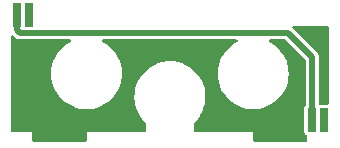
<source format=gbl>
G04 #@! TF.GenerationSoftware,KiCad,Pcbnew,7.0.5*
G04 #@! TF.CreationDate,2024-01-12T08:26:28+09:00*
G04 #@! TF.ProjectId,uglyMotorGaurd,75676c79-4d6f-4746-9f72-47617572642e,rev?*
G04 #@! TF.SameCoordinates,Original*
G04 #@! TF.FileFunction,Copper,L2,Bot*
G04 #@! TF.FilePolarity,Positive*
%FSLAX46Y46*%
G04 Gerber Fmt 4.6, Leading zero omitted, Abs format (unit mm)*
G04 Created by KiCad (PCBNEW 7.0.5) date 2024-01-12 08:26:28*
%MOMM*%
%LPD*%
G01*
G04 APERTURE LIST*
G04 Aperture macros list*
%AMRoundRect*
0 Rectangle with rounded corners*
0 $1 Rounding radius*
0 $2 $3 $4 $5 $6 $7 $8 $9 X,Y pos of 4 corners*
0 Add a 4 corners polygon primitive as box body*
4,1,4,$2,$3,$4,$5,$6,$7,$8,$9,$2,$3,0*
0 Add four circle primitives for the rounded corners*
1,1,$1+$1,$2,$3*
1,1,$1+$1,$4,$5*
1,1,$1+$1,$6,$7*
1,1,$1+$1,$8,$9*
0 Add four rect primitives between the rounded corners*
20,1,$1+$1,$2,$3,$4,$5,0*
20,1,$1+$1,$4,$5,$6,$7,0*
20,1,$1+$1,$6,$7,$8,$9,0*
20,1,$1+$1,$8,$9,$2,$3,0*%
G04 Aperture macros list end*
G04 #@! TA.AperFunction,SMDPad,CuDef*
%ADD10RoundRect,0.075000X-0.300000X0.925000X-0.300000X-0.925000X0.300000X-0.925000X0.300000X0.925000X0*%
G04 #@! TD*
G04 #@! TA.AperFunction,SMDPad,CuDef*
%ADD11RoundRect,0.075000X0.300000X-0.925000X0.300000X0.925000X-0.300000X0.925000X-0.300000X-0.925000X0*%
G04 #@! TD*
G04 #@! TA.AperFunction,ViaPad*
%ADD12C,0.600000*%
G04 #@! TD*
G04 #@! TA.AperFunction,Conductor*
%ADD13C,0.500000*%
G04 #@! TD*
G04 APERTURE END LIST*
D10*
X112050000Y-97675000D03*
X113050000Y-97675000D03*
D11*
X88050000Y-88825000D03*
X87050000Y-88825000D03*
D12*
X87050000Y-88850000D03*
X112050000Y-97700000D03*
X113050000Y-97700000D03*
X88050000Y-88850000D03*
D13*
X87300000Y-90300000D02*
X87050000Y-90050000D01*
X87050000Y-90050000D02*
X87050000Y-88825000D01*
X110000000Y-90300000D02*
X87300000Y-90300000D01*
X112050000Y-97675000D02*
X112050000Y-92350000D01*
X112050000Y-92350000D02*
X110000000Y-90300000D01*
G04 #@! TA.AperFunction,NonConductor*
G36*
X113392539Y-89720185D02*
G01*
X113438294Y-89772989D01*
X113449500Y-89824500D01*
X113449500Y-96250500D01*
X113429815Y-96317539D01*
X113377011Y-96363294D01*
X113325500Y-96374500D01*
X112724500Y-96374500D01*
X112657461Y-96354815D01*
X112611706Y-96302011D01*
X112600500Y-96250500D01*
X112600500Y-92360463D01*
X112600536Y-92358346D01*
X112600739Y-92352385D01*
X112602762Y-92293174D01*
X112592283Y-92250174D01*
X112591096Y-92243931D01*
X112585070Y-92200082D01*
X112585070Y-92200080D01*
X112577921Y-92183622D01*
X112571180Y-92163578D01*
X112566933Y-92146148D01*
X112545238Y-92107564D01*
X112542414Y-92101878D01*
X112540904Y-92098402D01*
X112524780Y-92061280D01*
X112524780Y-92061279D01*
X112513458Y-92047363D01*
X112501557Y-92029876D01*
X112492768Y-92014244D01*
X112492767Y-92014243D01*
X112492766Y-92014241D01*
X112461456Y-91982931D01*
X112457210Y-91978225D01*
X112449812Y-91969132D01*
X112429278Y-91943892D01*
X112414612Y-91933539D01*
X112398445Y-91919920D01*
X111401514Y-90922989D01*
X110396626Y-89918101D01*
X110395183Y-89916607D01*
X110388203Y-89909133D01*
X110356834Y-89846702D01*
X110364197Y-89777221D01*
X110407955Y-89722751D01*
X110474216Y-89700586D01*
X110478830Y-89700500D01*
X113325500Y-89700500D01*
X113392539Y-89720185D01*
G37*
G04 #@! TD.AperFunction*
G04 #@! TA.AperFunction,NonConductor*
G36*
X86755703Y-90534673D02*
G01*
X86762171Y-90540695D01*
X86903356Y-90681880D01*
X86904799Y-90683374D01*
X86949320Y-90731044D01*
X86987140Y-90754042D01*
X86992379Y-90757607D01*
X87027658Y-90784361D01*
X87044353Y-90790944D01*
X87063290Y-90800351D01*
X87078618Y-90809672D01*
X87104618Y-90816956D01*
X87121237Y-90821613D01*
X87127254Y-90823636D01*
X87168435Y-90839876D01*
X87186284Y-90841710D01*
X87207056Y-90845658D01*
X87216414Y-90848280D01*
X87224334Y-90850500D01*
X87224335Y-90850500D01*
X87268601Y-90850500D01*
X87274942Y-90850824D01*
X87318971Y-90855351D01*
X87336650Y-90852302D01*
X87357718Y-90850500D01*
X91514563Y-90850500D01*
X91581602Y-90870185D01*
X91627357Y-90922989D01*
X91637301Y-90992147D01*
X91608276Y-91055703D01*
X91570214Y-91085310D01*
X91447203Y-91147088D01*
X91155194Y-91339146D01*
X91155186Y-91339152D01*
X90887442Y-91563817D01*
X90887440Y-91563819D01*
X90647589Y-91818044D01*
X90647584Y-91818050D01*
X90438870Y-92098402D01*
X90264113Y-92401091D01*
X90264107Y-92401104D01*
X90125674Y-92722027D01*
X90025430Y-93056865D01*
X90025428Y-93056872D01*
X89964739Y-93401061D01*
X89964738Y-93401072D01*
X89944415Y-93749996D01*
X89944415Y-93750003D01*
X89964738Y-94098927D01*
X89964739Y-94098938D01*
X90025428Y-94443127D01*
X90025430Y-94443134D01*
X90125674Y-94777972D01*
X90264107Y-95098895D01*
X90264113Y-95098908D01*
X90438870Y-95401597D01*
X90647584Y-95681949D01*
X90647589Y-95681955D01*
X90745879Y-95786135D01*
X90887442Y-95936183D01*
X91005898Y-96035579D01*
X91155186Y-96160847D01*
X91155194Y-96160853D01*
X91447203Y-96352911D01*
X91447207Y-96352913D01*
X91759549Y-96509777D01*
X92087989Y-96629319D01*
X92428086Y-96709923D01*
X92775241Y-96750500D01*
X92775248Y-96750500D01*
X93124752Y-96750500D01*
X93124759Y-96750500D01*
X93471914Y-96709923D01*
X93812011Y-96629319D01*
X94140451Y-96509777D01*
X94452793Y-96352913D01*
X94744811Y-96160849D01*
X95012558Y-95936183D01*
X95252412Y-95681953D01*
X95461130Y-95401596D01*
X95635889Y-95098904D01*
X95774326Y-94777971D01*
X95874569Y-94443136D01*
X95880159Y-94411438D01*
X95927516Y-94142854D01*
X95935262Y-94098927D01*
X95955585Y-93750000D01*
X95935262Y-93401073D01*
X95926290Y-93350190D01*
X95874571Y-93056872D01*
X95874569Y-93056865D01*
X95855234Y-92992282D01*
X95774326Y-92722029D01*
X95635889Y-92401096D01*
X95461130Y-92098404D01*
X95461129Y-92098402D01*
X95252415Y-91818050D01*
X95252410Y-91818044D01*
X95136433Y-91695117D01*
X95012558Y-91563817D01*
X94864488Y-91439572D01*
X94744813Y-91339152D01*
X94744805Y-91339146D01*
X94452796Y-91147088D01*
X94329786Y-91085310D01*
X94278712Y-91037632D01*
X94261522Y-90969910D01*
X94283675Y-90903645D01*
X94338136Y-90859876D01*
X94385437Y-90850500D01*
X105614563Y-90850500D01*
X105681602Y-90870185D01*
X105727357Y-90922989D01*
X105737301Y-90992147D01*
X105708276Y-91055703D01*
X105670214Y-91085310D01*
X105547203Y-91147088D01*
X105255194Y-91339146D01*
X105255186Y-91339152D01*
X104987442Y-91563817D01*
X104987440Y-91563819D01*
X104747589Y-91818044D01*
X104747584Y-91818050D01*
X104538870Y-92098402D01*
X104364113Y-92401091D01*
X104364107Y-92401104D01*
X104225674Y-92722027D01*
X104125430Y-93056865D01*
X104125428Y-93056872D01*
X104064739Y-93401061D01*
X104064738Y-93401072D01*
X104044415Y-93749996D01*
X104044415Y-93750003D01*
X104064738Y-94098927D01*
X104064739Y-94098938D01*
X104125428Y-94443127D01*
X104125430Y-94443134D01*
X104225674Y-94777972D01*
X104364107Y-95098895D01*
X104364113Y-95098908D01*
X104538870Y-95401597D01*
X104747584Y-95681949D01*
X104747589Y-95681955D01*
X104845879Y-95786135D01*
X104987442Y-95936183D01*
X105105898Y-96035579D01*
X105255186Y-96160847D01*
X105255194Y-96160853D01*
X105547203Y-96352911D01*
X105547207Y-96352913D01*
X105859549Y-96509777D01*
X106187989Y-96629319D01*
X106528086Y-96709923D01*
X106875241Y-96750500D01*
X106875248Y-96750500D01*
X107224752Y-96750500D01*
X107224759Y-96750500D01*
X107571914Y-96709923D01*
X107912011Y-96629319D01*
X108240451Y-96509777D01*
X108552793Y-96352913D01*
X108844811Y-96160849D01*
X109112558Y-95936183D01*
X109352412Y-95681953D01*
X109561130Y-95401596D01*
X109735889Y-95098904D01*
X109874326Y-94777971D01*
X109974569Y-94443136D01*
X109980159Y-94411438D01*
X110027516Y-94142854D01*
X110035262Y-94098927D01*
X110055585Y-93750000D01*
X110035262Y-93401073D01*
X110026290Y-93350190D01*
X109974571Y-93056872D01*
X109974569Y-93056865D01*
X109955234Y-92992282D01*
X109874326Y-92722029D01*
X109735889Y-92401096D01*
X109561130Y-92098404D01*
X109561129Y-92098402D01*
X109352415Y-91818050D01*
X109352410Y-91818044D01*
X109236433Y-91695117D01*
X109112558Y-91563817D01*
X108964488Y-91439572D01*
X108844813Y-91339152D01*
X108844805Y-91339146D01*
X108552796Y-91147088D01*
X108429786Y-91085310D01*
X108378712Y-91037632D01*
X108361522Y-90969910D01*
X108383675Y-90903645D01*
X108438136Y-90859876D01*
X108485437Y-90850500D01*
X109720613Y-90850500D01*
X109787652Y-90870185D01*
X109808294Y-90886819D01*
X111463181Y-92541706D01*
X111496666Y-92603029D01*
X111499500Y-92629387D01*
X111499500Y-96418100D01*
X111479815Y-96485139D01*
X111463183Y-96505780D01*
X111440171Y-96528791D01*
X111440171Y-96528792D01*
X111385135Y-96641371D01*
X111385134Y-96641373D01*
X111385134Y-96641375D01*
X111374500Y-96714364D01*
X111374500Y-98635636D01*
X111385134Y-98708625D01*
X111385134Y-98708626D01*
X111385135Y-98708628D01*
X111440172Y-98821210D01*
X111528787Y-98909825D01*
X111528788Y-98909825D01*
X111528789Y-98909826D01*
X111579960Y-98934842D01*
X111631542Y-98981968D01*
X111649500Y-99046242D01*
X111649500Y-99375500D01*
X111629815Y-99442539D01*
X111577011Y-99488294D01*
X111525500Y-99499500D01*
X107174500Y-99499500D01*
X107107461Y-99479815D01*
X107061706Y-99427011D01*
X107050500Y-99375500D01*
X107050500Y-98724759D01*
X107050528Y-98724616D01*
X107050524Y-98724616D01*
X107050539Y-98700002D01*
X107050541Y-98700000D01*
X107050462Y-98699808D01*
X107050384Y-98699618D01*
X107050383Y-98699617D01*
X107050381Y-98699616D01*
X107050090Y-98699496D01*
X107050001Y-98699459D01*
X107025446Y-98699459D01*
X107025240Y-98699500D01*
X102124500Y-98699500D01*
X102057461Y-98679815D01*
X102011706Y-98627011D01*
X102000500Y-98575500D01*
X102000499Y-97991746D01*
X102020183Y-97924707D01*
X102041829Y-97899325D01*
X102125908Y-97824126D01*
X102350330Y-97572790D01*
X102462182Y-97415018D01*
X102464090Y-97412472D01*
X102513861Y-97349494D01*
X102521659Y-97331125D01*
X102545206Y-97297912D01*
X102643411Y-97120066D01*
X102644922Y-97117484D01*
X102685252Y-97052281D01*
X102690386Y-97034997D01*
X102708085Y-97002946D01*
X102789734Y-96805631D01*
X102790886Y-96803024D01*
X102821680Y-96737460D01*
X102824493Y-96721635D01*
X102836913Y-96691620D01*
X102836921Y-96691601D01*
X102899042Y-96475706D01*
X102899842Y-96473140D01*
X102921350Y-96409150D01*
X102922236Y-96395096D01*
X102930094Y-96367790D01*
X102930857Y-96363294D01*
X102958291Y-96201520D01*
X102969672Y-96134410D01*
X102970149Y-96131916D01*
X102982969Y-96071589D01*
X102982368Y-96059547D01*
X102986432Y-96035584D01*
X103000371Y-95786077D01*
X103000550Y-95783708D01*
X103005718Y-95729204D01*
X103004100Y-95719338D01*
X103005228Y-95699160D01*
X102990334Y-95435240D01*
X102990249Y-95433009D01*
X102989304Y-95386456D01*
X102987152Y-95378839D01*
X102986244Y-95362751D01*
X102986244Y-95362746D01*
X102939183Y-95086184D01*
X102938873Y-95084162D01*
X102933927Y-95047787D01*
X102931738Y-95042434D01*
X102929720Y-95030572D01*
X102846919Y-94743409D01*
X102846431Y-94741611D01*
X102840306Y-94717628D01*
X102838571Y-94714458D01*
X102836365Y-94706807D01*
X102768811Y-94543818D01*
X102713931Y-94411404D01*
X102713298Y-94409814D01*
X102709657Y-94400283D01*
X102708841Y-94399123D01*
X102707357Y-94395542D01*
X102707347Y-94395523D01*
X102544311Y-94100664D01*
X102349282Y-93825896D01*
X102124720Y-93574686D01*
X101873447Y-93350194D01*
X101873444Y-93350192D01*
X101873442Y-93350190D01*
X101598626Y-93155242D01*
X101598620Y-93155238D01*
X101303709Y-92992282D01*
X101303695Y-92992275D01*
X100992394Y-92863356D01*
X100668609Y-92770093D01*
X100385661Y-92722027D01*
X100336414Y-92713661D01*
X100000000Y-92694772D01*
X99663585Y-92713661D01*
X99491673Y-92742865D01*
X99331391Y-92770093D01*
X99007605Y-92863356D01*
X98696304Y-92992275D01*
X98696290Y-92992282D01*
X98401379Y-93155238D01*
X98401373Y-93155242D01*
X98126557Y-93350190D01*
X98126549Y-93350197D01*
X97875282Y-93574683D01*
X97650718Y-93825895D01*
X97455689Y-94100663D01*
X97455688Y-94100664D01*
X97292652Y-94395523D01*
X97292639Y-94395550D01*
X97291150Y-94399142D01*
X97290442Y-94400019D01*
X97286696Y-94409826D01*
X97286054Y-94411438D01*
X97163635Y-94706805D01*
X97163633Y-94706813D01*
X97161427Y-94714463D01*
X97159877Y-94716900D01*
X97153555Y-94741659D01*
X97153056Y-94743494D01*
X97070281Y-95030566D01*
X97070280Y-95030570D01*
X97068260Y-95042441D01*
X97066235Y-95046588D01*
X97061121Y-95084187D01*
X97060808Y-95086232D01*
X97013756Y-95362748D01*
X97012847Y-95378847D01*
X97010728Y-95384797D01*
X97009749Y-95433036D01*
X97009663Y-95435270D01*
X96994772Y-95699159D01*
X96994771Y-95699163D01*
X96995899Y-95719344D01*
X96994081Y-95727113D01*
X96999451Y-95783741D01*
X96999631Y-95786135D01*
X97013567Y-96035579D01*
X97017633Y-96059552D01*
X97016503Y-96069110D01*
X97029855Y-96131942D01*
X97030336Y-96134463D01*
X97069904Y-96367786D01*
X97077764Y-96395099D01*
X97077703Y-96406337D01*
X97100164Y-96473165D01*
X97100977Y-96475774D01*
X97163079Y-96691601D01*
X97163085Y-96691620D01*
X97175509Y-96721643D01*
X97176874Y-96734388D01*
X97209121Y-96803047D01*
X97210292Y-96805697D01*
X97291913Y-97002943D01*
X97309616Y-97035001D01*
X97312739Y-97049038D01*
X97355087Y-97117503D01*
X97356614Y-97120113D01*
X97454794Y-97297912D01*
X97454796Y-97297915D01*
X97478347Y-97331134D01*
X97483520Y-97346183D01*
X97535921Y-97412489D01*
X97537844Y-97415057D01*
X97649670Y-97572790D01*
X97874092Y-97824126D01*
X97874101Y-97824134D01*
X97874103Y-97824136D01*
X97958165Y-97899321D01*
X97995011Y-97958685D01*
X97999500Y-97991746D01*
X97999500Y-98575500D01*
X97979815Y-98642539D01*
X97927011Y-98688294D01*
X97875500Y-98699500D01*
X92974760Y-98699500D01*
X92974554Y-98699459D01*
X92949998Y-98699459D01*
X92949909Y-98699496D01*
X92949619Y-98699615D01*
X92949615Y-98699618D01*
X92949459Y-98699999D01*
X92949476Y-98724616D01*
X92949471Y-98724616D01*
X92949500Y-98724759D01*
X92949500Y-99375500D01*
X92929815Y-99442539D01*
X92877011Y-99488294D01*
X92825500Y-99499500D01*
X88474500Y-99499500D01*
X88407461Y-99479815D01*
X88361706Y-99427011D01*
X88350500Y-99375500D01*
X88350500Y-98724759D01*
X88350528Y-98724616D01*
X88350524Y-98724616D01*
X88350539Y-98700002D01*
X88350541Y-98700000D01*
X88350462Y-98699808D01*
X88350384Y-98699618D01*
X88350383Y-98699617D01*
X88350381Y-98699616D01*
X88350090Y-98699496D01*
X88350001Y-98699459D01*
X88325446Y-98699459D01*
X88325240Y-98699500D01*
X86674500Y-98699500D01*
X86607461Y-98679815D01*
X86561706Y-98627011D01*
X86550500Y-98575500D01*
X86550500Y-90628386D01*
X86570185Y-90561347D01*
X86622989Y-90515592D01*
X86692147Y-90505648D01*
X86755703Y-90534673D01*
G37*
G04 #@! TD.AperFunction*
M02*

</source>
